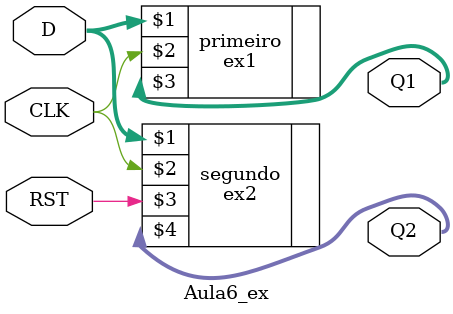
<source format=v>
/*

Exercícios da Aula 6 - Lógica sequencial

*/

module Aula6_ex(
	input [3:0] D,
	input CLK, RST,
	
	output [3:0] Q1, Q2
);

//wire [3:0]out;
 	ex1 primeiro (D, CLK, Q1);
	ex2 segundo  (D, CLK, RST, Q2);
	
endmodule
</source>
